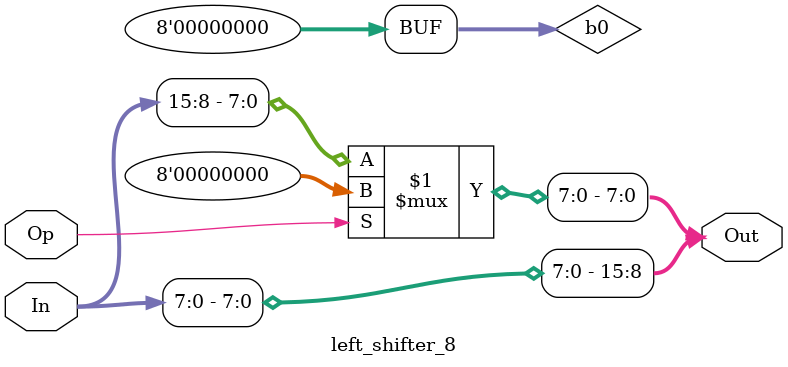
<source format=v>
/*
    shift/rotate the input to the left by eight bits
    Op is 1, shift
    Op is 0, rotate
 */
module left_shifter_8 (In, Op, Out);
	  parameter   N = 16;
   	parameter	  B = 8;

   	input[N-1:0]    In;
   	input			      Op;
   	output[N-1:0]   Out;

   	// B bits of 0
    wire[B-1:0] b0 = {B{1'b0}};
    // shift/rotate the input by B bits
   	assign Out = {In[N-1-B:0], Op ? b0 : In[N-1:N-B]};
endmodule   
</source>
